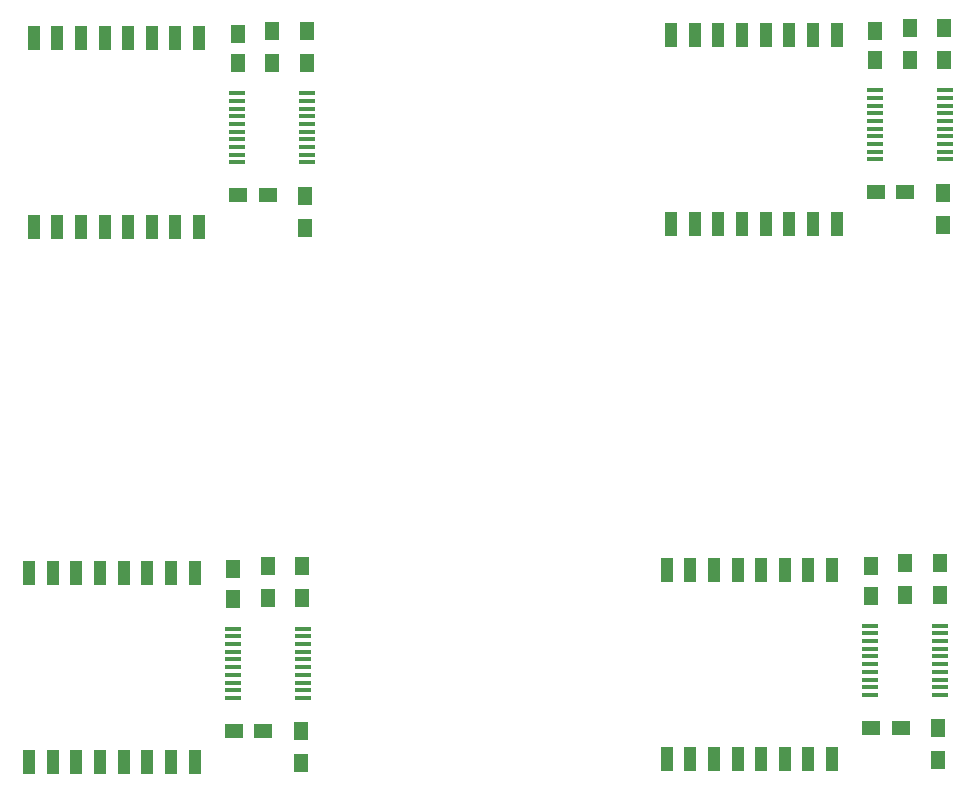
<source format=gtp>
G04 #@! TF.FileFunction,Paste,Top*
%FSLAX46Y46*%
G04 Gerber Fmt 4.6, Leading zero omitted, Abs format (unit mm)*
G04 Created by KiCad (PCBNEW 4.0.7) date Wed Sep 16 00:54:05 2020*
%MOMM*%
%LPD*%
G01*
G04 APERTURE LIST*
%ADD10C,0.150000*%
%ADD11R,1.450000X0.450000*%
%ADD12R,1.300000X1.500000*%
%ADD13R,1.250000X1.500000*%
%ADD14R,1.500000X1.250000*%
%ADD15R,1.000000X2.000000*%
G04 APERTURE END LIST*
D10*
D11*
X160557000Y-83316000D03*
X160557000Y-82666000D03*
X160557000Y-82016000D03*
X160557000Y-81366000D03*
X160557000Y-80716000D03*
X160557000Y-80066000D03*
X160557000Y-79416000D03*
X160557000Y-78766000D03*
X160557000Y-78116000D03*
X160557000Y-77466000D03*
X154657000Y-77466000D03*
X154657000Y-78116000D03*
X154657000Y-78766000D03*
X154657000Y-79416000D03*
X154657000Y-80066000D03*
X154657000Y-80716000D03*
X154657000Y-81366000D03*
X154657000Y-82016000D03*
X154657000Y-82666000D03*
X154657000Y-83316000D03*
D12*
X160401000Y-86153000D03*
X160401000Y-88853000D03*
X157607000Y-72183000D03*
X157607000Y-74883000D03*
X160528000Y-74883000D03*
X160528000Y-72183000D03*
D13*
X154686000Y-74910000D03*
X154686000Y-72410000D03*
D14*
X154706000Y-86106000D03*
X157206000Y-86106000D03*
D15*
X151399000Y-72772000D03*
X149399000Y-72772000D03*
X147399000Y-72772000D03*
X145399000Y-72772000D03*
X143399000Y-72772000D03*
X141399000Y-72772000D03*
X139399000Y-72772000D03*
X137399000Y-72772000D03*
X137399000Y-88772000D03*
X139399000Y-88772000D03*
X141399000Y-88772000D03*
X143399000Y-88772000D03*
X145399000Y-88772000D03*
X147399000Y-88772000D03*
X149399000Y-88772000D03*
X151399000Y-88772000D03*
X205374000Y-72518000D03*
X203374000Y-72518000D03*
X201374000Y-72518000D03*
X199374000Y-72518000D03*
X197374000Y-72518000D03*
X195374000Y-72518000D03*
X193374000Y-72518000D03*
X191374000Y-72518000D03*
X191374000Y-88518000D03*
X193374000Y-88518000D03*
X195374000Y-88518000D03*
X197374000Y-88518000D03*
X199374000Y-88518000D03*
X201374000Y-88518000D03*
X203374000Y-88518000D03*
X205374000Y-88518000D03*
D14*
X208681000Y-85852000D03*
X211181000Y-85852000D03*
D13*
X208661000Y-74656000D03*
X208661000Y-72156000D03*
D12*
X214503000Y-74629000D03*
X214503000Y-71929000D03*
X211582000Y-71929000D03*
X211582000Y-74629000D03*
X214376000Y-85899000D03*
X214376000Y-88599000D03*
D11*
X214532000Y-83062000D03*
X214532000Y-82412000D03*
X214532000Y-81762000D03*
X214532000Y-81112000D03*
X214532000Y-80462000D03*
X214532000Y-79812000D03*
X214532000Y-79162000D03*
X214532000Y-78512000D03*
X214532000Y-77862000D03*
X214532000Y-77212000D03*
X208632000Y-77212000D03*
X208632000Y-77862000D03*
X208632000Y-78512000D03*
X208632000Y-79162000D03*
X208632000Y-79812000D03*
X208632000Y-80462000D03*
X208632000Y-81112000D03*
X208632000Y-81762000D03*
X208632000Y-82412000D03*
X208632000Y-83062000D03*
X214151000Y-128401000D03*
X214151000Y-127751000D03*
X214151000Y-127101000D03*
X214151000Y-126451000D03*
X214151000Y-125801000D03*
X214151000Y-125151000D03*
X214151000Y-124501000D03*
X214151000Y-123851000D03*
X214151000Y-123201000D03*
X214151000Y-122551000D03*
X208251000Y-122551000D03*
X208251000Y-123201000D03*
X208251000Y-123851000D03*
X208251000Y-124501000D03*
X208251000Y-125151000D03*
X208251000Y-125801000D03*
X208251000Y-126451000D03*
X208251000Y-127101000D03*
X208251000Y-127751000D03*
X208251000Y-128401000D03*
D12*
X213995000Y-131238000D03*
X213995000Y-133938000D03*
X211201000Y-117268000D03*
X211201000Y-119968000D03*
X214122000Y-119968000D03*
X214122000Y-117268000D03*
D13*
X208280000Y-119995000D03*
X208280000Y-117495000D03*
D14*
X208300000Y-131191000D03*
X210800000Y-131191000D03*
D15*
X204993000Y-117857000D03*
X202993000Y-117857000D03*
X200993000Y-117857000D03*
X198993000Y-117857000D03*
X196993000Y-117857000D03*
X194993000Y-117857000D03*
X192993000Y-117857000D03*
X190993000Y-117857000D03*
X190993000Y-133857000D03*
X192993000Y-133857000D03*
X194993000Y-133857000D03*
X196993000Y-133857000D03*
X198993000Y-133857000D03*
X200993000Y-133857000D03*
X202993000Y-133857000D03*
X204993000Y-133857000D03*
X151018000Y-118111000D03*
X149018000Y-118111000D03*
X147018000Y-118111000D03*
X145018000Y-118111000D03*
X143018000Y-118111000D03*
X141018000Y-118111000D03*
X139018000Y-118111000D03*
X137018000Y-118111000D03*
X137018000Y-134111000D03*
X139018000Y-134111000D03*
X141018000Y-134111000D03*
X143018000Y-134111000D03*
X145018000Y-134111000D03*
X147018000Y-134111000D03*
X149018000Y-134111000D03*
X151018000Y-134111000D03*
D14*
X154325000Y-131445000D03*
X156825000Y-131445000D03*
D13*
X154305000Y-120249000D03*
X154305000Y-117749000D03*
D12*
X160147000Y-120222000D03*
X160147000Y-117522000D03*
X157226000Y-117522000D03*
X157226000Y-120222000D03*
X160020000Y-131492000D03*
X160020000Y-134192000D03*
D11*
X160176000Y-128655000D03*
X160176000Y-128005000D03*
X160176000Y-127355000D03*
X160176000Y-126705000D03*
X160176000Y-126055000D03*
X160176000Y-125405000D03*
X160176000Y-124755000D03*
X160176000Y-124105000D03*
X160176000Y-123455000D03*
X160176000Y-122805000D03*
X154276000Y-122805000D03*
X154276000Y-123455000D03*
X154276000Y-124105000D03*
X154276000Y-124755000D03*
X154276000Y-125405000D03*
X154276000Y-126055000D03*
X154276000Y-126705000D03*
X154276000Y-127355000D03*
X154276000Y-128005000D03*
X154276000Y-128655000D03*
M02*

</source>
